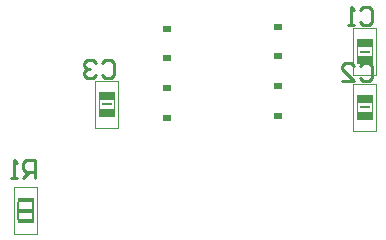
<source format=gbo>
%FSLAX24Y24*%
%MOIN*%
G70*
G01*
G75*
G04 Layer_Color=32896*
%ADD10C,0.0320*%
%ADD11R,0.0318X0.0079*%
%ADD12R,0.0476X0.0159*%
%ADD13C,0.0040*%
%ADD14C,0.0060*%
%ADD15R,0.0250X0.0240*%
%ADD16R,0.0575X0.0300*%
%ADD17R,0.0575X0.0295*%
%ADD18R,0.0560X0.0140*%
%ADD19C,0.0020*%
%ADD20O,0.1200X0.0600*%
%ADD21C,0.0591*%
%ADD22R,0.0591X0.0591*%
G04:AMPARAMS|DCode=23|XSize=66mil|YSize=66mil|CornerRadius=0mil|HoleSize=0mil|Usage=FLASHONLY|Rotation=270.000|XOffset=0mil|YOffset=0mil|HoleType=Round|Shape=Octagon|*
%AMOCTAGOND23*
4,1,8,-0.0165,-0.0330,0.0165,-0.0330,0.0330,-0.0165,0.0330,0.0165,0.0165,0.0330,-0.0165,0.0330,-0.0330,0.0165,-0.0330,-0.0165,-0.0165,-0.0330,0.0*
%
%ADD23OCTAGOND23*%

%ADD24R,0.0600X0.0520*%
%ADD25R,0.0630X0.0520*%
%ADD26C,0.0100*%
%ADD27C,0.0260*%
%ADD28C,0.0079*%
%ADD29C,0.0050*%
%ADD30C,0.0080*%
%ADD31R,0.2601X0.0240*%
%ADD32O,0.1280X0.0680*%
%ADD33C,0.0671*%
%ADD34R,0.0671X0.0671*%
G04:AMPARAMS|DCode=35|XSize=74mil|YSize=74mil|CornerRadius=0mil|HoleSize=0mil|Usage=FLASHONLY|Rotation=270.000|XOffset=0mil|YOffset=0mil|HoleType=Round|Shape=Octagon|*
%AMOCTAGOND35*
4,1,8,-0.0185,-0.0370,0.0185,-0.0370,0.0370,-0.0185,0.0370,0.0185,0.0185,0.0370,-0.0185,0.0370,-0.0370,0.0185,-0.0370,-0.0185,-0.0185,-0.0370,0.0*
%
%ADD35OCTAGOND35*%

%ADD36R,0.0680X0.0600*%
%ADD37R,0.0710X0.0600*%
D11*
X549Y4800D02*
D03*
X9149Y4700D02*
D03*
Y6550D02*
D03*
D12*
X-2148Y1251D02*
D03*
D13*
X810Y4650D02*
Y4940D01*
X290Y4650D02*
Y4950D01*
X9410Y4550D02*
Y4840D01*
X8890Y4550D02*
Y4850D01*
X9410Y6400D02*
Y6690D01*
X8890Y6400D02*
Y6700D01*
D14*
X-2400Y970D02*
Y1530D01*
X-1900Y970D02*
Y1530D01*
D15*
X6264Y4420D02*
D03*
Y5400D02*
D03*
Y6394D02*
D03*
Y7374D02*
D03*
X2575Y7306D02*
D03*
Y6326D02*
D03*
Y5333D02*
D03*
Y4353D02*
D03*
D16*
X547Y4510D02*
D03*
X9147Y4410D02*
D03*
Y6260D02*
D03*
D17*
X547Y5082D02*
D03*
X9147Y4982D02*
D03*
Y6832D02*
D03*
D18*
X-2150Y1590D02*
D03*
Y910D02*
D03*
D19*
X160Y4020D02*
X937D01*
X160Y5577D02*
X937D01*
Y4020D02*
Y5577D01*
X160Y4020D02*
Y5577D01*
X8760Y3920D02*
X9537D01*
X8760Y5477D02*
X9537D01*
Y3920D02*
Y5477D01*
X8760Y3920D02*
Y5477D01*
Y5770D02*
X9537D01*
X8760Y7327D02*
X9537D01*
Y5770D02*
Y7327D01*
X8760Y5770D02*
Y7327D01*
X-2537Y2030D02*
X-1760D01*
X-2537Y473D02*
X-1760D01*
X-2537D02*
Y2030D01*
X-1760Y473D02*
Y2030D01*
D26*
X-1850Y2336D02*
Y2936D01*
X-2150D01*
X-2250Y2836D01*
Y2636D01*
X-2150Y2536D01*
X-1850D01*
X-2050D02*
X-2250Y2336D01*
X-2450D02*
X-2650D01*
X-2550D01*
Y2936D01*
X-2450Y2836D01*
X380Y6170D02*
X480Y6270D01*
X680D01*
X780Y6170D01*
Y5770D01*
X680Y5670D01*
X480D01*
X380Y5770D01*
X180Y6170D02*
X80Y6270D01*
X-120D01*
X-220Y6170D01*
Y6070D01*
X-120Y5970D01*
X-20D01*
X-120D01*
X-220Y5870D01*
Y5770D01*
X-120Y5670D01*
X80D01*
X180Y5770D01*
X8980Y6075D02*
X9080Y6175D01*
X9280D01*
X9380Y6075D01*
Y5675D01*
X9280Y5575D01*
X9080D01*
X8980Y5675D01*
X8380Y5575D02*
X8780D01*
X8380Y5975D01*
Y6075D01*
X8480Y6175D01*
X8680D01*
X8780Y6075D01*
X8980Y7925D02*
X9080Y8025D01*
X9280D01*
X9380Y7925D01*
Y7525D01*
X9280Y7425D01*
X9080D01*
X8980Y7525D01*
X8780Y7425D02*
X8580D01*
X8680D01*
Y8025D01*
X8780Y7925D01*
M02*

</source>
